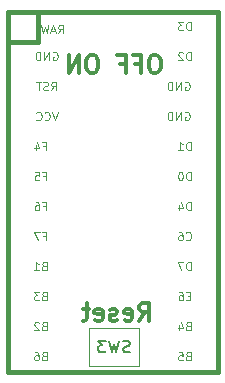
<source format=gbr>
G04 #@! TF.GenerationSoftware,KiCad,Pcbnew,(5.0.0)*
G04 #@! TF.CreationDate,2020-05-09T16:41:49-06:00*
G04 #@! TF.ProjectId,BatteryPack,426174746572795061636B2E6B696361,rev?*
G04 #@! TF.SameCoordinates,Original*
G04 #@! TF.FileFunction,Legend,Bot*
G04 #@! TF.FilePolarity,Positive*
%FSLAX46Y46*%
G04 Gerber Fmt 4.6, Leading zero omitted, Abs format (unit mm)*
G04 Created by KiCad (PCBNEW (5.0.0)) date 05/09/20 16:41:49*
%MOMM*%
%LPD*%
G01*
G04 APERTURE LIST*
%ADD10C,0.300000*%
%ADD11C,0.381000*%
%ADD12C,0.120000*%
%ADD13C,0.100000*%
%ADD14C,0.150000*%
G04 APERTURE END LIST*
D10*
X130508142Y-88943571D02*
X131008142Y-88229285D01*
X131365285Y-88943571D02*
X131365285Y-87443571D01*
X130793857Y-87443571D01*
X130651000Y-87515000D01*
X130579571Y-87586428D01*
X130508142Y-87729285D01*
X130508142Y-87943571D01*
X130579571Y-88086428D01*
X130651000Y-88157857D01*
X130793857Y-88229285D01*
X131365285Y-88229285D01*
X129293857Y-88872142D02*
X129436714Y-88943571D01*
X129722428Y-88943571D01*
X129865285Y-88872142D01*
X129936714Y-88729285D01*
X129936714Y-88157857D01*
X129865285Y-88015000D01*
X129722428Y-87943571D01*
X129436714Y-87943571D01*
X129293857Y-88015000D01*
X129222428Y-88157857D01*
X129222428Y-88300714D01*
X129936714Y-88443571D01*
X128651000Y-88872142D02*
X128508142Y-88943571D01*
X128222428Y-88943571D01*
X128079571Y-88872142D01*
X128008142Y-88729285D01*
X128008142Y-88657857D01*
X128079571Y-88515000D01*
X128222428Y-88443571D01*
X128436714Y-88443571D01*
X128579571Y-88372142D01*
X128651000Y-88229285D01*
X128651000Y-88157857D01*
X128579571Y-88015000D01*
X128436714Y-87943571D01*
X128222428Y-87943571D01*
X128079571Y-88015000D01*
X126793857Y-88872142D02*
X126936714Y-88943571D01*
X127222428Y-88943571D01*
X127365285Y-88872142D01*
X127436714Y-88729285D01*
X127436714Y-88157857D01*
X127365285Y-88015000D01*
X127222428Y-87943571D01*
X126936714Y-87943571D01*
X126793857Y-88015000D01*
X126722428Y-88157857D01*
X126722428Y-88300714D01*
X127436714Y-88443571D01*
X126293857Y-87943571D02*
X125722428Y-87943571D01*
X126079571Y-87443571D02*
X126079571Y-88729285D01*
X126008142Y-88872142D01*
X125865285Y-88943571D01*
X125722428Y-88943571D01*
X131968428Y-66488571D02*
X131682714Y-66488571D01*
X131539857Y-66560000D01*
X131397000Y-66702857D01*
X131325571Y-66988571D01*
X131325571Y-67488571D01*
X131397000Y-67774285D01*
X131539857Y-67917142D01*
X131682714Y-67988571D01*
X131968428Y-67988571D01*
X132111285Y-67917142D01*
X132254142Y-67774285D01*
X132325571Y-67488571D01*
X132325571Y-66988571D01*
X132254142Y-66702857D01*
X132111285Y-66560000D01*
X131968428Y-66488571D01*
X130182714Y-67202857D02*
X130682714Y-67202857D01*
X130682714Y-67988571D02*
X130682714Y-66488571D01*
X129968428Y-66488571D01*
X128897000Y-67202857D02*
X129397000Y-67202857D01*
X129397000Y-67988571D02*
X129397000Y-66488571D01*
X128682714Y-66488571D01*
X126682714Y-66488571D02*
X126397000Y-66488571D01*
X126254142Y-66560000D01*
X126111285Y-66702857D01*
X126039857Y-66988571D01*
X126039857Y-67488571D01*
X126111285Y-67774285D01*
X126254142Y-67917142D01*
X126397000Y-67988571D01*
X126682714Y-67988571D01*
X126825571Y-67917142D01*
X126968428Y-67774285D01*
X127039857Y-67488571D01*
X127039857Y-66988571D01*
X126968428Y-66702857D01*
X126825571Y-66560000D01*
X126682714Y-66488571D01*
X125397000Y-67988571D02*
X125397000Y-66488571D01*
X124539857Y-67988571D01*
X124539857Y-66488571D01*
D11*
G04 #@! TO.C,U1*
X121920000Y-65330000D02*
X119380000Y-65330000D01*
X121920000Y-62790000D02*
X121920000Y-65330000D01*
X137160000Y-93270000D02*
X137160000Y-62790000D01*
X119380000Y-93270000D02*
X137160000Y-93270000D01*
X119380000Y-62790000D02*
X119380000Y-93270000D01*
X137160000Y-62790000D02*
X119380000Y-62790000D01*
D12*
G04 #@! TO.C,SW3*
X126297000Y-89586000D02*
X126297000Y-92786000D01*
X130497000Y-92786000D02*
X126297000Y-92786000D01*
X130497000Y-89586000D02*
X130497000Y-92786000D01*
X130497000Y-89586000D02*
X126297000Y-89586000D01*
G04 #@! TO.C,U1*
D13*
X123673333Y-64630666D02*
X123906666Y-64297333D01*
X124073333Y-64630666D02*
X124073333Y-63930666D01*
X123806666Y-63930666D01*
X123740000Y-63964000D01*
X123706666Y-63997333D01*
X123673333Y-64064000D01*
X123673333Y-64164000D01*
X123706666Y-64230666D01*
X123740000Y-64264000D01*
X123806666Y-64297333D01*
X124073333Y-64297333D01*
X123406666Y-64430666D02*
X123073333Y-64430666D01*
X123473333Y-64630666D02*
X123240000Y-63930666D01*
X123006666Y-64630666D01*
X122840000Y-63930666D02*
X122673333Y-64630666D01*
X122540000Y-64130666D01*
X122406666Y-64630666D01*
X122240000Y-63930666D01*
X123215333Y-66250000D02*
X123282000Y-66216666D01*
X123382000Y-66216666D01*
X123482000Y-66250000D01*
X123548666Y-66316666D01*
X123582000Y-66383333D01*
X123615333Y-66516666D01*
X123615333Y-66616666D01*
X123582000Y-66750000D01*
X123548666Y-66816666D01*
X123482000Y-66883333D01*
X123382000Y-66916666D01*
X123315333Y-66916666D01*
X123215333Y-66883333D01*
X123182000Y-66850000D01*
X123182000Y-66616666D01*
X123315333Y-66616666D01*
X122882000Y-66916666D02*
X122882000Y-66216666D01*
X122482000Y-66916666D01*
X122482000Y-66216666D01*
X122148666Y-66916666D02*
X122148666Y-66216666D01*
X121982000Y-66216666D01*
X121882000Y-66250000D01*
X121815333Y-66316666D01*
X121782000Y-66383333D01*
X121748666Y-66516666D01*
X121748666Y-66616666D01*
X121782000Y-66750000D01*
X121815333Y-66816666D01*
X121882000Y-66883333D01*
X121982000Y-66916666D01*
X122148666Y-66916666D01*
X123065333Y-69456666D02*
X123298666Y-69123333D01*
X123465333Y-69456666D02*
X123465333Y-68756666D01*
X123198666Y-68756666D01*
X123132000Y-68790000D01*
X123098666Y-68823333D01*
X123065333Y-68890000D01*
X123065333Y-68990000D01*
X123098666Y-69056666D01*
X123132000Y-69090000D01*
X123198666Y-69123333D01*
X123465333Y-69123333D01*
X122798666Y-69423333D02*
X122698666Y-69456666D01*
X122532000Y-69456666D01*
X122465333Y-69423333D01*
X122432000Y-69390000D01*
X122398666Y-69323333D01*
X122398666Y-69256666D01*
X122432000Y-69190000D01*
X122465333Y-69156666D01*
X122532000Y-69123333D01*
X122665333Y-69090000D01*
X122732000Y-69056666D01*
X122765333Y-69023333D01*
X122798666Y-68956666D01*
X122798666Y-68890000D01*
X122765333Y-68823333D01*
X122732000Y-68790000D01*
X122665333Y-68756666D01*
X122498666Y-68756666D01*
X122398666Y-68790000D01*
X122198666Y-68756666D02*
X121798666Y-68756666D01*
X121998666Y-69456666D02*
X121998666Y-68756666D01*
X123615333Y-71296666D02*
X123382000Y-71996666D01*
X123148666Y-71296666D01*
X122515333Y-71930000D02*
X122548666Y-71963333D01*
X122648666Y-71996666D01*
X122715333Y-71996666D01*
X122815333Y-71963333D01*
X122882000Y-71896666D01*
X122915333Y-71830000D01*
X122948666Y-71696666D01*
X122948666Y-71596666D01*
X122915333Y-71463333D01*
X122882000Y-71396666D01*
X122815333Y-71330000D01*
X122715333Y-71296666D01*
X122648666Y-71296666D01*
X122548666Y-71330000D01*
X122515333Y-71363333D01*
X121815333Y-71930000D02*
X121848666Y-71963333D01*
X121948666Y-71996666D01*
X122015333Y-71996666D01*
X122115333Y-71963333D01*
X122182000Y-71896666D01*
X122215333Y-71830000D01*
X122248666Y-71696666D01*
X122248666Y-71596666D01*
X122215333Y-71463333D01*
X122182000Y-71396666D01*
X122115333Y-71330000D01*
X122015333Y-71296666D01*
X121948666Y-71296666D01*
X121848666Y-71330000D01*
X121815333Y-71363333D01*
X122407333Y-74170000D02*
X122640666Y-74170000D01*
X122640666Y-74536666D02*
X122640666Y-73836666D01*
X122307333Y-73836666D01*
X121740666Y-74070000D02*
X121740666Y-74536666D01*
X121907333Y-73803333D02*
X122074000Y-74303333D01*
X121640666Y-74303333D01*
X122407333Y-76710000D02*
X122640666Y-76710000D01*
X122640666Y-77076666D02*
X122640666Y-76376666D01*
X122307333Y-76376666D01*
X121707333Y-76376666D02*
X122040666Y-76376666D01*
X122074000Y-76710000D01*
X122040666Y-76676666D01*
X121974000Y-76643333D01*
X121807333Y-76643333D01*
X121740666Y-76676666D01*
X121707333Y-76710000D01*
X121674000Y-76776666D01*
X121674000Y-76943333D01*
X121707333Y-77010000D01*
X121740666Y-77043333D01*
X121807333Y-77076666D01*
X121974000Y-77076666D01*
X122040666Y-77043333D01*
X122074000Y-77010000D01*
X122407333Y-81790000D02*
X122640666Y-81790000D01*
X122640666Y-82156666D02*
X122640666Y-81456666D01*
X122307333Y-81456666D01*
X122107333Y-81456666D02*
X121640666Y-81456666D01*
X121940666Y-82156666D01*
X122407333Y-79250000D02*
X122640666Y-79250000D01*
X122640666Y-79616666D02*
X122640666Y-78916666D01*
X122307333Y-78916666D01*
X121740666Y-78916666D02*
X121874000Y-78916666D01*
X121940666Y-78950000D01*
X121974000Y-78983333D01*
X122040666Y-79083333D01*
X122074000Y-79216666D01*
X122074000Y-79483333D01*
X122040666Y-79550000D01*
X122007333Y-79583333D01*
X121940666Y-79616666D01*
X121807333Y-79616666D01*
X121740666Y-79583333D01*
X121707333Y-79550000D01*
X121674000Y-79483333D01*
X121674000Y-79316666D01*
X121707333Y-79250000D01*
X121740666Y-79216666D01*
X121807333Y-79183333D01*
X121940666Y-79183333D01*
X122007333Y-79216666D01*
X122040666Y-79250000D01*
X122074000Y-79316666D01*
X122457333Y-84330000D02*
X122357333Y-84363333D01*
X122324000Y-84396666D01*
X122290666Y-84463333D01*
X122290666Y-84563333D01*
X122324000Y-84630000D01*
X122357333Y-84663333D01*
X122424000Y-84696666D01*
X122690666Y-84696666D01*
X122690666Y-83996666D01*
X122457333Y-83996666D01*
X122390666Y-84030000D01*
X122357333Y-84063333D01*
X122324000Y-84130000D01*
X122324000Y-84196666D01*
X122357333Y-84263333D01*
X122390666Y-84296666D01*
X122457333Y-84330000D01*
X122690666Y-84330000D01*
X121624000Y-84696666D02*
X122024000Y-84696666D01*
X121824000Y-84696666D02*
X121824000Y-83996666D01*
X121890666Y-84096666D01*
X121957333Y-84163333D01*
X122024000Y-84196666D01*
X122457333Y-86870000D02*
X122357333Y-86903333D01*
X122324000Y-86936666D01*
X122290666Y-87003333D01*
X122290666Y-87103333D01*
X122324000Y-87170000D01*
X122357333Y-87203333D01*
X122424000Y-87236666D01*
X122690666Y-87236666D01*
X122690666Y-86536666D01*
X122457333Y-86536666D01*
X122390666Y-86570000D01*
X122357333Y-86603333D01*
X122324000Y-86670000D01*
X122324000Y-86736666D01*
X122357333Y-86803333D01*
X122390666Y-86836666D01*
X122457333Y-86870000D01*
X122690666Y-86870000D01*
X122057333Y-86536666D02*
X121624000Y-86536666D01*
X121857333Y-86803333D01*
X121757333Y-86803333D01*
X121690666Y-86836666D01*
X121657333Y-86870000D01*
X121624000Y-86936666D01*
X121624000Y-87103333D01*
X121657333Y-87170000D01*
X121690666Y-87203333D01*
X121757333Y-87236666D01*
X121957333Y-87236666D01*
X122024000Y-87203333D01*
X122057333Y-87170000D01*
X122457333Y-89410000D02*
X122357333Y-89443333D01*
X122324000Y-89476666D01*
X122290666Y-89543333D01*
X122290666Y-89643333D01*
X122324000Y-89710000D01*
X122357333Y-89743333D01*
X122424000Y-89776666D01*
X122690666Y-89776666D01*
X122690666Y-89076666D01*
X122457333Y-89076666D01*
X122390666Y-89110000D01*
X122357333Y-89143333D01*
X122324000Y-89210000D01*
X122324000Y-89276666D01*
X122357333Y-89343333D01*
X122390666Y-89376666D01*
X122457333Y-89410000D01*
X122690666Y-89410000D01*
X122024000Y-89143333D02*
X121990666Y-89110000D01*
X121924000Y-89076666D01*
X121757333Y-89076666D01*
X121690666Y-89110000D01*
X121657333Y-89143333D01*
X121624000Y-89210000D01*
X121624000Y-89276666D01*
X121657333Y-89376666D01*
X122057333Y-89776666D01*
X121624000Y-89776666D01*
X122457333Y-91950000D02*
X122357333Y-91983333D01*
X122324000Y-92016666D01*
X122290666Y-92083333D01*
X122290666Y-92183333D01*
X122324000Y-92250000D01*
X122357333Y-92283333D01*
X122424000Y-92316666D01*
X122690666Y-92316666D01*
X122690666Y-91616666D01*
X122457333Y-91616666D01*
X122390666Y-91650000D01*
X122357333Y-91683333D01*
X122324000Y-91750000D01*
X122324000Y-91816666D01*
X122357333Y-91883333D01*
X122390666Y-91916666D01*
X122457333Y-91950000D01*
X122690666Y-91950000D01*
X121690666Y-91616666D02*
X121824000Y-91616666D01*
X121890666Y-91650000D01*
X121924000Y-91683333D01*
X121990666Y-91783333D01*
X122024000Y-91916666D01*
X122024000Y-92183333D01*
X121990666Y-92250000D01*
X121957333Y-92283333D01*
X121890666Y-92316666D01*
X121757333Y-92316666D01*
X121690666Y-92283333D01*
X121657333Y-92250000D01*
X121624000Y-92183333D01*
X121624000Y-92016666D01*
X121657333Y-91950000D01*
X121690666Y-91916666D01*
X121757333Y-91883333D01*
X121890666Y-91883333D01*
X121957333Y-91916666D01*
X121990666Y-91950000D01*
X122024000Y-92016666D01*
X134882666Y-64376666D02*
X134882666Y-63676666D01*
X134716000Y-63676666D01*
X134616000Y-63710000D01*
X134549333Y-63776666D01*
X134516000Y-63843333D01*
X134482666Y-63976666D01*
X134482666Y-64076666D01*
X134516000Y-64210000D01*
X134549333Y-64276666D01*
X134616000Y-64343333D01*
X134716000Y-64376666D01*
X134882666Y-64376666D01*
X134249333Y-63676666D02*
X133816000Y-63676666D01*
X134049333Y-63943333D01*
X133949333Y-63943333D01*
X133882666Y-63976666D01*
X133849333Y-64010000D01*
X133816000Y-64076666D01*
X133816000Y-64243333D01*
X133849333Y-64310000D01*
X133882666Y-64343333D01*
X133949333Y-64376666D01*
X134149333Y-64376666D01*
X134216000Y-64343333D01*
X134249333Y-64310000D01*
X134882666Y-66916666D02*
X134882666Y-66216666D01*
X134716000Y-66216666D01*
X134616000Y-66250000D01*
X134549333Y-66316666D01*
X134516000Y-66383333D01*
X134482666Y-66516666D01*
X134482666Y-66616666D01*
X134516000Y-66750000D01*
X134549333Y-66816666D01*
X134616000Y-66883333D01*
X134716000Y-66916666D01*
X134882666Y-66916666D01*
X134216000Y-66283333D02*
X134182666Y-66250000D01*
X134116000Y-66216666D01*
X133949333Y-66216666D01*
X133882666Y-66250000D01*
X133849333Y-66283333D01*
X133816000Y-66350000D01*
X133816000Y-66416666D01*
X133849333Y-66516666D01*
X134249333Y-66916666D01*
X133816000Y-66916666D01*
X134391333Y-68790000D02*
X134458000Y-68756666D01*
X134558000Y-68756666D01*
X134658000Y-68790000D01*
X134724666Y-68856666D01*
X134758000Y-68923333D01*
X134791333Y-69056666D01*
X134791333Y-69156666D01*
X134758000Y-69290000D01*
X134724666Y-69356666D01*
X134658000Y-69423333D01*
X134558000Y-69456666D01*
X134491333Y-69456666D01*
X134391333Y-69423333D01*
X134358000Y-69390000D01*
X134358000Y-69156666D01*
X134491333Y-69156666D01*
X134058000Y-69456666D02*
X134058000Y-68756666D01*
X133658000Y-69456666D01*
X133658000Y-68756666D01*
X133324666Y-69456666D02*
X133324666Y-68756666D01*
X133158000Y-68756666D01*
X133058000Y-68790000D01*
X132991333Y-68856666D01*
X132958000Y-68923333D01*
X132924666Y-69056666D01*
X132924666Y-69156666D01*
X132958000Y-69290000D01*
X132991333Y-69356666D01*
X133058000Y-69423333D01*
X133158000Y-69456666D01*
X133324666Y-69456666D01*
X134391333Y-71330000D02*
X134458000Y-71296666D01*
X134558000Y-71296666D01*
X134658000Y-71330000D01*
X134724666Y-71396666D01*
X134758000Y-71463333D01*
X134791333Y-71596666D01*
X134791333Y-71696666D01*
X134758000Y-71830000D01*
X134724666Y-71896666D01*
X134658000Y-71963333D01*
X134558000Y-71996666D01*
X134491333Y-71996666D01*
X134391333Y-71963333D01*
X134358000Y-71930000D01*
X134358000Y-71696666D01*
X134491333Y-71696666D01*
X134058000Y-71996666D02*
X134058000Y-71296666D01*
X133658000Y-71996666D01*
X133658000Y-71296666D01*
X133324666Y-71996666D02*
X133324666Y-71296666D01*
X133158000Y-71296666D01*
X133058000Y-71330000D01*
X132991333Y-71396666D01*
X132958000Y-71463333D01*
X132924666Y-71596666D01*
X132924666Y-71696666D01*
X132958000Y-71830000D01*
X132991333Y-71896666D01*
X133058000Y-71963333D01*
X133158000Y-71996666D01*
X133324666Y-71996666D01*
X134882666Y-74536666D02*
X134882666Y-73836666D01*
X134716000Y-73836666D01*
X134616000Y-73870000D01*
X134549333Y-73936666D01*
X134516000Y-74003333D01*
X134482666Y-74136666D01*
X134482666Y-74236666D01*
X134516000Y-74370000D01*
X134549333Y-74436666D01*
X134616000Y-74503333D01*
X134716000Y-74536666D01*
X134882666Y-74536666D01*
X133816000Y-74536666D02*
X134216000Y-74536666D01*
X134016000Y-74536666D02*
X134016000Y-73836666D01*
X134082666Y-73936666D01*
X134149333Y-74003333D01*
X134216000Y-74036666D01*
X134882666Y-77076666D02*
X134882666Y-76376666D01*
X134716000Y-76376666D01*
X134616000Y-76410000D01*
X134549333Y-76476666D01*
X134516000Y-76543333D01*
X134482666Y-76676666D01*
X134482666Y-76776666D01*
X134516000Y-76910000D01*
X134549333Y-76976666D01*
X134616000Y-77043333D01*
X134716000Y-77076666D01*
X134882666Y-77076666D01*
X134049333Y-76376666D02*
X133982666Y-76376666D01*
X133916000Y-76410000D01*
X133882666Y-76443333D01*
X133849333Y-76510000D01*
X133816000Y-76643333D01*
X133816000Y-76810000D01*
X133849333Y-76943333D01*
X133882666Y-77010000D01*
X133916000Y-77043333D01*
X133982666Y-77076666D01*
X134049333Y-77076666D01*
X134116000Y-77043333D01*
X134149333Y-77010000D01*
X134182666Y-76943333D01*
X134216000Y-76810000D01*
X134216000Y-76643333D01*
X134182666Y-76510000D01*
X134149333Y-76443333D01*
X134116000Y-76410000D01*
X134049333Y-76376666D01*
X134882666Y-79616666D02*
X134882666Y-78916666D01*
X134716000Y-78916666D01*
X134616000Y-78950000D01*
X134549333Y-79016666D01*
X134516000Y-79083333D01*
X134482666Y-79216666D01*
X134482666Y-79316666D01*
X134516000Y-79450000D01*
X134549333Y-79516666D01*
X134616000Y-79583333D01*
X134716000Y-79616666D01*
X134882666Y-79616666D01*
X133882666Y-79150000D02*
X133882666Y-79616666D01*
X134049333Y-78883333D02*
X134216000Y-79383333D01*
X133782666Y-79383333D01*
X134482666Y-82090000D02*
X134516000Y-82123333D01*
X134616000Y-82156666D01*
X134682666Y-82156666D01*
X134782666Y-82123333D01*
X134849333Y-82056666D01*
X134882666Y-81990000D01*
X134916000Y-81856666D01*
X134916000Y-81756666D01*
X134882666Y-81623333D01*
X134849333Y-81556666D01*
X134782666Y-81490000D01*
X134682666Y-81456666D01*
X134616000Y-81456666D01*
X134516000Y-81490000D01*
X134482666Y-81523333D01*
X133882666Y-81456666D02*
X134016000Y-81456666D01*
X134082666Y-81490000D01*
X134116000Y-81523333D01*
X134182666Y-81623333D01*
X134216000Y-81756666D01*
X134216000Y-82023333D01*
X134182666Y-82090000D01*
X134149333Y-82123333D01*
X134082666Y-82156666D01*
X133949333Y-82156666D01*
X133882666Y-82123333D01*
X133849333Y-82090000D01*
X133816000Y-82023333D01*
X133816000Y-81856666D01*
X133849333Y-81790000D01*
X133882666Y-81756666D01*
X133949333Y-81723333D01*
X134082666Y-81723333D01*
X134149333Y-81756666D01*
X134182666Y-81790000D01*
X134216000Y-81856666D01*
X134882666Y-84696666D02*
X134882666Y-83996666D01*
X134716000Y-83996666D01*
X134616000Y-84030000D01*
X134549333Y-84096666D01*
X134516000Y-84163333D01*
X134482666Y-84296666D01*
X134482666Y-84396666D01*
X134516000Y-84530000D01*
X134549333Y-84596666D01*
X134616000Y-84663333D01*
X134716000Y-84696666D01*
X134882666Y-84696666D01*
X134249333Y-83996666D02*
X133782666Y-83996666D01*
X134082666Y-84696666D01*
X134849333Y-86870000D02*
X134616000Y-86870000D01*
X134516000Y-87236666D02*
X134849333Y-87236666D01*
X134849333Y-86536666D01*
X134516000Y-86536666D01*
X133916000Y-86536666D02*
X134049333Y-86536666D01*
X134116000Y-86570000D01*
X134149333Y-86603333D01*
X134216000Y-86703333D01*
X134249333Y-86836666D01*
X134249333Y-87103333D01*
X134216000Y-87170000D01*
X134182666Y-87203333D01*
X134116000Y-87236666D01*
X133982666Y-87236666D01*
X133916000Y-87203333D01*
X133882666Y-87170000D01*
X133849333Y-87103333D01*
X133849333Y-86936666D01*
X133882666Y-86870000D01*
X133916000Y-86836666D01*
X133982666Y-86803333D01*
X134116000Y-86803333D01*
X134182666Y-86836666D01*
X134216000Y-86870000D01*
X134249333Y-86936666D01*
X134649333Y-89410000D02*
X134549333Y-89443333D01*
X134516000Y-89476666D01*
X134482666Y-89543333D01*
X134482666Y-89643333D01*
X134516000Y-89710000D01*
X134549333Y-89743333D01*
X134616000Y-89776666D01*
X134882666Y-89776666D01*
X134882666Y-89076666D01*
X134649333Y-89076666D01*
X134582666Y-89110000D01*
X134549333Y-89143333D01*
X134516000Y-89210000D01*
X134516000Y-89276666D01*
X134549333Y-89343333D01*
X134582666Y-89376666D01*
X134649333Y-89410000D01*
X134882666Y-89410000D01*
X133882666Y-89310000D02*
X133882666Y-89776666D01*
X134049333Y-89043333D02*
X134216000Y-89543333D01*
X133782666Y-89543333D01*
X134649333Y-91950000D02*
X134549333Y-91983333D01*
X134516000Y-92016666D01*
X134482666Y-92083333D01*
X134482666Y-92183333D01*
X134516000Y-92250000D01*
X134549333Y-92283333D01*
X134616000Y-92316666D01*
X134882666Y-92316666D01*
X134882666Y-91616666D01*
X134649333Y-91616666D01*
X134582666Y-91650000D01*
X134549333Y-91683333D01*
X134516000Y-91750000D01*
X134516000Y-91816666D01*
X134549333Y-91883333D01*
X134582666Y-91916666D01*
X134649333Y-91950000D01*
X134882666Y-91950000D01*
X133849333Y-91616666D02*
X134182666Y-91616666D01*
X134216000Y-91950000D01*
X134182666Y-91916666D01*
X134116000Y-91883333D01*
X133949333Y-91883333D01*
X133882666Y-91916666D01*
X133849333Y-91950000D01*
X133816000Y-92016666D01*
X133816000Y-92183333D01*
X133849333Y-92250000D01*
X133882666Y-92283333D01*
X133949333Y-92316666D01*
X134116000Y-92316666D01*
X134182666Y-92283333D01*
X134216000Y-92250000D01*
G04 #@! TO.C,SW3*
D14*
X129730333Y-91590761D02*
X129587476Y-91638380D01*
X129349380Y-91638380D01*
X129254142Y-91590761D01*
X129206523Y-91543142D01*
X129158904Y-91447904D01*
X129158904Y-91352666D01*
X129206523Y-91257428D01*
X129254142Y-91209809D01*
X129349380Y-91162190D01*
X129539857Y-91114571D01*
X129635095Y-91066952D01*
X129682714Y-91019333D01*
X129730333Y-90924095D01*
X129730333Y-90828857D01*
X129682714Y-90733619D01*
X129635095Y-90686000D01*
X129539857Y-90638380D01*
X129301761Y-90638380D01*
X129158904Y-90686000D01*
X128825571Y-90638380D02*
X128587476Y-91638380D01*
X128397000Y-90924095D01*
X128206523Y-91638380D01*
X127968428Y-90638380D01*
X127682714Y-90638380D02*
X127063666Y-90638380D01*
X127397000Y-91019333D01*
X127254142Y-91019333D01*
X127158904Y-91066952D01*
X127111285Y-91114571D01*
X127063666Y-91209809D01*
X127063666Y-91447904D01*
X127111285Y-91543142D01*
X127158904Y-91590761D01*
X127254142Y-91638380D01*
X127539857Y-91638380D01*
X127635095Y-91590761D01*
X127682714Y-91543142D01*
G04 #@! TD*
M02*

</source>
